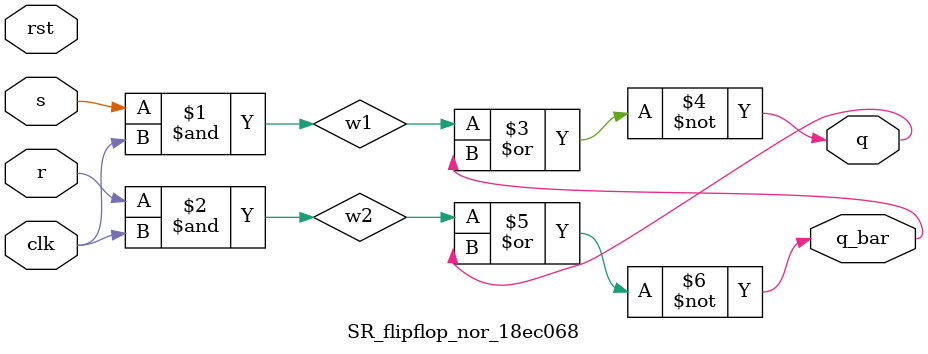
<source format=v>
`timescale 1ns / 1ps
module SR_flipflop_nor_18ec068(
    input s,
    input r,
    input clk,
    input rst,
    output q,
    output q_bar
    );
	 wire w1,w2;
	 and a1(w1,s,clk);
	 and a2(w2,r,clk);
	 nor n1(q,w1,q_bar);
	 nor n2(q_bar,w2,q);


endmodule

</source>
